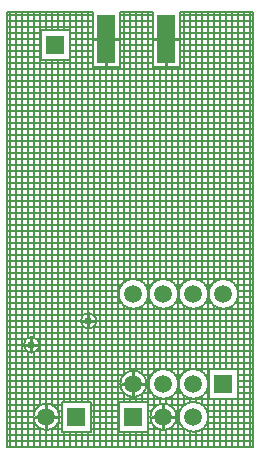
<source format=gbl>
G04 Layer_Physical_Order=2*
G04 Layer_Color=16711680*
%FSLAX25Y25*%
%MOIN*%
G70*
G01*
G75*
%ADD10R,0.05984X0.15984*%
%ADD17C,0.05906*%
%ADD18R,0.05906X0.05906*%
%ADD19R,0.05906X0.05906*%
%ADD20C,0.02400*%
%ADD21C,0.00800*%
%ADD22C,0.01000*%
D10*
X33000Y135945D02*
D03*
X53000D02*
D03*
D17*
X13000Y10000D02*
D03*
X42000Y51000D02*
D03*
X52000D02*
D03*
X62000D02*
D03*
X72000D02*
D03*
X42000Y21000D02*
D03*
X52000D02*
D03*
X62000D02*
D03*
Y10000D02*
D03*
X52000D02*
D03*
D18*
X23000Y10000D02*
D03*
X42000Y10000D02*
D03*
X16000Y134000D02*
D03*
D19*
X72000Y21000D02*
D03*
D20*
X8000Y34000D02*
D03*
X27000Y42000D02*
D03*
D21*
X76953Y51000D02*
G03*
X76953Y51000I-4953J0D01*
G01*
X66953D02*
G03*
X66953Y51000I-4953J0D01*
G01*
X56953D02*
G03*
X56953Y51000I-4953J0D01*
G01*
X46953D02*
G03*
X46953Y51000I-4953J0D01*
G01*
X66953Y21000D02*
G03*
X66953Y21000I-4953J0D01*
G01*
X56953D02*
G03*
X56953Y21000I-4953J0D01*
G01*
X66953Y10000D02*
G03*
X66953Y10000I-4953J0D01*
G01*
X56353D02*
G03*
X56353Y10000I-4353J0D01*
G01*
X46353Y21000D02*
G03*
X46353Y21000I-4353J0D01*
G01*
X29600Y42000D02*
G03*
X29600Y42000I-2600J0D01*
G01*
X10600Y34000D02*
G03*
X10600Y34000I-2600J0D01*
G01*
X17353Y10000D02*
G03*
X17353Y10000I-4353J0D01*
G01*
X73000Y55851D02*
Y145000D01*
X71000Y55851D02*
Y145000D01*
X57392D02*
X82000D01*
X61000Y55851D02*
Y145000D01*
X63000Y55851D02*
Y145000D01*
X75000Y54941D02*
Y145000D01*
X69000Y54941D02*
Y145000D01*
X59000Y54941D02*
Y145000D01*
X65000Y54941D02*
Y145000D01*
X57392Y138000D02*
X82000D01*
X57392Y140000D02*
X82000D01*
X57392Y136000D02*
X82000D01*
X57392Y144000D02*
X82000D01*
X57392Y142000D02*
X82000D01*
X57392Y132000D02*
X82000D01*
X57392Y134000D02*
X82000D01*
X57392Y130000D02*
X82000D01*
X57392Y128000D02*
X82000D01*
X76851Y52000D02*
X82000D01*
X75941Y54000D02*
X82000D01*
X76851Y50000D02*
X82000D01*
X75941Y48000D02*
X82000D01*
X71000Y25953D02*
Y46149D01*
X76953Y24000D02*
X82000D01*
X75000Y25953D02*
Y47059D01*
X76953Y22000D02*
X82000D01*
X69000Y25953D02*
Y47059D01*
X73000Y25953D02*
Y46149D01*
X65941Y48000D02*
X68059D01*
X65941Y54000D02*
X68059D01*
X67047Y25953D02*
X76953D01*
X55941Y54000D02*
X58059D01*
X61000Y25851D02*
Y46149D01*
X65000Y24941D02*
Y47059D01*
X63000Y25851D02*
Y46149D01*
X65941Y24000D02*
X67047D01*
X59000Y24941D02*
Y47059D01*
X55941Y24000D02*
X58059D01*
X57392Y126553D02*
Y145000D01*
X48608Y126553D02*
Y145000D01*
X43000Y55851D02*
Y145000D01*
X41000Y55851D02*
Y145000D01*
X45000Y54941D02*
Y145000D01*
X37392Y126553D02*
Y145000D01*
X39000Y54941D02*
Y145000D01*
X37392Y140000D02*
X48608D01*
X37392Y142000D02*
X48608D01*
X37392Y138000D02*
X48608D01*
X37392Y145000D02*
X48608D01*
X37392Y144000D02*
X48608D01*
X37392Y134000D02*
X48608D01*
X37392Y136000D02*
X48608D01*
X37392Y130000D02*
X48608D01*
X37392Y132000D02*
X48608D01*
X55000Y54941D02*
Y126553D01*
X53000Y55851D02*
Y126553D01*
X48608D02*
X57392D01*
X49000Y54941D02*
Y126553D01*
X51000Y55851D02*
Y126553D01*
X55941Y48000D02*
X58059D01*
X55000Y24941D02*
Y47059D01*
X53000Y25851D02*
Y46149D01*
X49000Y24941D02*
Y47059D01*
X51000Y25851D02*
Y46149D01*
X37392Y128000D02*
X48608D01*
X45941Y54000D02*
X48059D01*
X45941Y48000D02*
X48059D01*
X45000Y24154D02*
Y47059D01*
X43000Y25236D02*
Y46149D01*
X45154Y24000D02*
X48059D01*
X39000Y24154D02*
Y47059D01*
X41000Y25236D02*
Y46149D01*
X79000Y0D02*
Y145000D01*
X76953Y20000D02*
X82000D01*
X76953Y18000D02*
X82000D01*
X67047Y16047D02*
Y25953D01*
X76953Y16047D02*
Y25953D01*
X81000Y0D02*
Y145000D01*
X77000Y0D02*
Y145000D01*
X82000Y0D02*
Y145000D01*
X69000Y0D02*
Y16047D01*
X71000Y0D02*
Y16047D01*
X65941Y18000D02*
X67047D01*
X61000Y14851D02*
Y16149D01*
X55941Y18000D02*
X58059D01*
X67000Y0D02*
Y145000D01*
X65000Y13941D02*
Y17059D01*
X63000Y14851D02*
Y16149D01*
X57000Y0D02*
Y126553D01*
X59000Y13941D02*
Y17059D01*
X66953Y10000D02*
X82000D01*
X66531Y12000D02*
X82000D01*
X66531Y8000D02*
X82000D01*
X67047Y16047D02*
X76953D01*
X64921Y14000D02*
X82000D01*
X75000Y0D02*
Y16047D01*
X73000Y0D02*
Y16047D01*
X64921Y6000D02*
X82000D01*
X65000Y0D02*
Y6059D01*
X63000Y0D02*
Y5149D01*
X55866Y12000D02*
X57469D01*
X53716Y14000D02*
X59080D01*
X55866Y8000D02*
X57469D01*
X56353Y10000D02*
X57047D01*
X53717Y6000D02*
X59079D01*
X61000Y0D02*
Y5149D01*
X59000Y0D02*
Y6059D01*
X46237Y20000D02*
X47149D01*
X46236Y22000D02*
X47149D01*
X45154Y18000D02*
X48059D01*
X45000Y14953D02*
Y17846D01*
X43000Y14953D02*
Y16764D01*
X55000Y13154D02*
Y17059D01*
X53000Y14236D02*
Y16149D01*
X51000Y14236D02*
Y16149D01*
X47000Y0D02*
Y145000D01*
X49000Y13154D02*
Y17059D01*
X39000Y14953D02*
Y17846D01*
X37000Y0D02*
Y126553D01*
X41000Y14953D02*
Y16764D01*
X33000Y0D02*
Y126553D01*
X35000Y0D02*
Y126553D01*
X46953Y14000D02*
X50284D01*
X46953Y10000D02*
X47647D01*
X55000Y0D02*
Y6846D01*
X53000Y0D02*
Y5764D01*
X51000Y0D02*
Y5764D01*
X46953Y5047D02*
Y14953D01*
X49000Y0D02*
Y6846D01*
X46953Y8000D02*
X48134D01*
X46953Y12000D02*
X48134D01*
X46953Y6000D02*
X50283D01*
X37047Y5047D02*
Y14953D01*
X46953D01*
X45000Y0D02*
Y5047D01*
X43000Y0D02*
Y5047D01*
X37047D02*
X46953D01*
X39000Y0D02*
Y5047D01*
X41000Y0D02*
Y5047D01*
X0Y100000D02*
X82000D01*
X0Y102000D02*
X82000D01*
X0Y98000D02*
X82000D01*
X0Y106000D02*
X82000D01*
X0Y104000D02*
X82000D01*
X0Y90000D02*
X82000D01*
X0Y92000D02*
X82000D01*
X0Y88000D02*
X82000D01*
X0Y96000D02*
X82000D01*
X0Y94000D02*
X82000D01*
X0Y120000D02*
X82000D01*
X0Y122000D02*
X82000D01*
X0Y118000D02*
X82000D01*
X0Y126000D02*
X82000D01*
X0Y124000D02*
X82000D01*
X0Y110000D02*
X82000D01*
X0Y112000D02*
X82000D01*
X0Y108000D02*
X82000D01*
X0Y116000D02*
X82000D01*
X0Y114000D02*
X82000D01*
X0Y78000D02*
X82000D01*
X0Y80000D02*
X82000D01*
X0Y76000D02*
X82000D01*
X0Y86000D02*
X82000D01*
X0Y84000D02*
X82000D01*
X29600Y42000D02*
X82000D01*
X28661Y44000D02*
X82000D01*
X28662Y40000D02*
X82000D01*
X0Y74000D02*
X82000D01*
X0Y72000D02*
X82000D01*
X0Y66000D02*
X82000D01*
X0Y68000D02*
X82000D01*
X0Y64000D02*
X82000D01*
X0Y82000D02*
X82000D01*
X0Y70000D02*
X82000D01*
X0Y56000D02*
X82000D01*
X0Y58000D02*
X82000D01*
X0Y46000D02*
X82000D01*
X0Y62000D02*
X82000D01*
X0Y60000D02*
X82000D01*
X20953Y138000D02*
X28608D01*
X20953Y136000D02*
X28608D01*
X17000Y138953D02*
Y145000D01*
X19000Y138953D02*
Y145000D01*
X28608Y126553D02*
Y145000D01*
X27000Y44600D02*
Y145000D01*
X25000Y43662D02*
Y145000D01*
X20953Y129047D02*
Y138953D01*
X0Y144000D02*
X28608D01*
X0Y145000D02*
X28608D01*
X0Y142000D02*
X28608D01*
X15000Y138953D02*
Y145000D01*
X0Y140000D02*
X28608D01*
X13000Y138953D02*
Y145000D01*
X11047Y138953D02*
X20953D01*
X0Y138000D02*
X11047D01*
Y129047D02*
Y138953D01*
X0Y136000D02*
X11047D01*
X20953Y132000D02*
X28608D01*
X20953Y134000D02*
X28608D01*
X20953Y130000D02*
X28608D01*
X0D02*
X11047D01*
Y129047D02*
X20953D01*
X29000Y43661D02*
Y126553D01*
X28608D02*
X37392D01*
X0Y54000D02*
X38059D01*
X0Y128000D02*
X28608D01*
X0Y52000D02*
X37149D01*
X0Y134000D02*
X11047D01*
X0Y132000D02*
X11047D01*
X0Y48000D02*
X38059D01*
X0Y50000D02*
X37149D01*
X0Y44000D02*
X25339D01*
X0Y42000D02*
X24400D01*
X0Y40000D02*
X25339D01*
X10600Y34000D02*
X82000D01*
X25000Y14953D02*
Y40338D01*
X27000Y14953D02*
Y39400D01*
X31000Y0D02*
Y126553D01*
X23000Y14953D02*
Y145000D01*
X29000Y0D02*
Y40339D01*
X21000Y14953D02*
Y145000D01*
X19000Y14953D02*
Y129047D01*
X9662Y32000D02*
X82000D01*
X0Y30000D02*
X82000D01*
X0Y28000D02*
X82000D01*
X0Y38000D02*
X82000D01*
X9661Y36000D02*
X82000D01*
X0Y24000D02*
X38846D01*
X0Y26000D02*
X82000D01*
X0Y18000D02*
X38846D01*
X0Y22000D02*
X37764D01*
X0Y20000D02*
X37764D01*
X27953Y8000D02*
X37047D01*
X27953Y10000D02*
X37047D01*
X27953Y6000D02*
X37047D01*
X27953Y14000D02*
X37047D01*
X27953Y12000D02*
X37047D01*
X27953Y5047D02*
Y14953D01*
X27000Y0D02*
Y5047D01*
X25000Y0D02*
Y5047D01*
X21000Y0D02*
Y5047D01*
X23000Y0D02*
Y5047D01*
X18047Y14953D02*
X27953D01*
X0Y16000D02*
X82000D01*
X18047Y5047D02*
X27953D01*
X14716Y14000D02*
X18047D01*
X16866Y12000D02*
X18047D01*
X0Y2000D02*
X82000D01*
X0Y4000D02*
X82000D01*
X0Y0D02*
X82000D01*
X19000Y0D02*
Y5047D01*
X0Y0D02*
X82000D01*
X13000Y14353D02*
Y129047D01*
X9000Y36400D02*
Y145000D01*
X15000Y13866D02*
Y129047D01*
X11000Y13866D02*
Y145000D01*
X17000Y11716D02*
Y129047D01*
X9000Y11717D02*
Y31600D01*
X7000Y0D02*
Y31600D01*
Y36400D02*
Y145000D01*
X0Y36000D02*
X6339D01*
X0Y34000D02*
X5400D01*
X0Y32000D02*
X6339D01*
X5000Y0D02*
Y145000D01*
X3000Y0D02*
Y145000D01*
X0Y0D02*
Y145000D01*
X1000Y0D02*
Y145000D01*
X17353Y10000D02*
X18047D01*
X16866Y8000D02*
X18047D01*
X14717Y6000D02*
X18047D01*
Y5047D02*
Y14953D01*
X17000Y0D02*
Y8284D01*
X15000Y0D02*
Y6134D01*
X13000Y0D02*
Y5647D01*
X0Y12000D02*
X9134D01*
X0Y14000D02*
X11284D01*
X0Y10000D02*
X8647D01*
X0Y8000D02*
X9134D01*
X0Y6000D02*
X11283D01*
X9000Y0D02*
Y8283D01*
X11000Y0D02*
Y6134D01*
D22*
X53000Y135945D02*
X56992D01*
X49008D02*
X53000D01*
Y126953D02*
Y135945D01*
X33000D02*
X36992D01*
X52000Y10000D02*
X55953D01*
X42000Y21000D02*
X45953D01*
X38047D02*
X42000D01*
Y24953D01*
Y17047D02*
Y21000D01*
X52000Y10000D02*
Y13953D01*
X48047Y10000D02*
X52000D01*
Y6047D02*
Y10000D01*
X29008Y135945D02*
X33000D01*
Y126953D02*
Y135945D01*
X27000Y42000D02*
X29200D01*
X27000D02*
Y44200D01*
X24800Y42000D02*
X27000D01*
Y39800D02*
Y42000D01*
X8000Y34000D02*
X10200D01*
X8000D02*
Y36200D01*
Y31800D02*
Y34000D01*
X5800D02*
X8000D01*
X13000Y10000D02*
Y13953D01*
Y10000D02*
X16953D01*
X13000Y6047D02*
Y10000D01*
X9047D02*
X13000D01*
M02*

</source>
